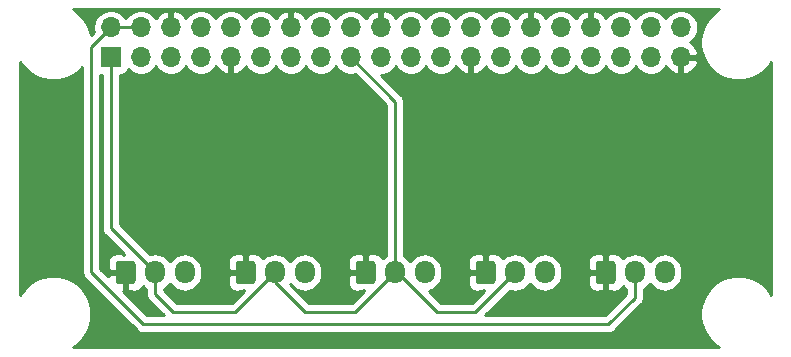
<source format=gbr>
G04 #@! TF.GenerationSoftware,KiCad,Pcbnew,(5.1.9)-1*
G04 #@! TF.CreationDate,2021-01-27T19:03:13-08:00*
G04 #@! TF.ProjectId,DRR HAT,44525220-4841-4542-9e6b-696361645f70,1.0*
G04 #@! TF.SameCoordinates,Original*
G04 #@! TF.FileFunction,Copper,L2,Bot*
G04 #@! TF.FilePolarity,Positive*
%FSLAX46Y46*%
G04 Gerber Fmt 4.6, Leading zero omitted, Abs format (unit mm)*
G04 Created by KiCad (PCBNEW (5.1.9)-1) date 2021-01-27 19:03:13*
%MOMM*%
%LPD*%
G01*
G04 APERTURE LIST*
G04 #@! TA.AperFunction,ComponentPad*
%ADD10R,1.700000X1.700000*%
G04 #@! TD*
G04 #@! TA.AperFunction,ComponentPad*
%ADD11O,1.700000X1.700000*%
G04 #@! TD*
G04 #@! TA.AperFunction,ComponentPad*
%ADD12O,1.700000X1.950000*%
G04 #@! TD*
G04 #@! TA.AperFunction,Conductor*
%ADD13C,0.250000*%
G04 #@! TD*
G04 #@! TA.AperFunction,Conductor*
%ADD14C,0.254000*%
G04 #@! TD*
G04 #@! TA.AperFunction,Conductor*
%ADD15C,0.100000*%
G04 #@! TD*
G04 APERTURE END LIST*
D10*
X125902000Y-95838000D03*
D11*
X125902000Y-93298000D03*
X128442000Y-95838000D03*
X128442000Y-93298000D03*
X130982000Y-95838000D03*
X130982000Y-93298000D03*
X133522000Y-95838000D03*
X133522000Y-93298000D03*
X136062000Y-95838000D03*
X136062000Y-93298000D03*
X138602000Y-95838000D03*
X138602000Y-93298000D03*
X141142000Y-95838000D03*
X141142000Y-93298000D03*
X143682000Y-95838000D03*
X143682000Y-93298000D03*
X146222000Y-95838000D03*
X146222000Y-93298000D03*
X148762000Y-95838000D03*
X148762000Y-93298000D03*
X151302000Y-95838000D03*
X151302000Y-93298000D03*
X153842000Y-95838000D03*
X153842000Y-93298000D03*
X156382000Y-95838000D03*
X156382000Y-93298000D03*
X158922000Y-95838000D03*
X158922000Y-93298000D03*
X161462000Y-95838000D03*
X161462000Y-93298000D03*
X164002000Y-95838000D03*
X164002000Y-93298000D03*
X166542000Y-95838000D03*
X166542000Y-93298000D03*
X169082000Y-95838000D03*
X169082000Y-93298000D03*
X171622000Y-95838000D03*
X171622000Y-93298000D03*
X174162000Y-95838000D03*
X174162000Y-93298000D03*
G04 #@! TA.AperFunction,ComponentPad*
G36*
G01*
X126303400Y-114774800D02*
X126303400Y-113324800D01*
G75*
G02*
X126553400Y-113074800I250000J0D01*
G01*
X127753400Y-113074800D01*
G75*
G02*
X128003400Y-113324800I0J-250000D01*
G01*
X128003400Y-114774800D01*
G75*
G02*
X127753400Y-115024800I-250000J0D01*
G01*
X126553400Y-115024800D01*
G75*
G02*
X126303400Y-114774800I0J250000D01*
G01*
G37*
G04 #@! TD.AperFunction*
D12*
X129653400Y-114049800D03*
X132153400Y-114049800D03*
X142313400Y-114049800D03*
X139813400Y-114049800D03*
G04 #@! TA.AperFunction,ComponentPad*
G36*
G01*
X136463400Y-114774800D02*
X136463400Y-113324800D01*
G75*
G02*
X136713400Y-113074800I250000J0D01*
G01*
X137913400Y-113074800D01*
G75*
G02*
X138163400Y-113324800I0J-250000D01*
G01*
X138163400Y-114774800D01*
G75*
G02*
X137913400Y-115024800I-250000J0D01*
G01*
X136713400Y-115024800D01*
G75*
G02*
X136463400Y-114774800I0J250000D01*
G01*
G37*
G04 #@! TD.AperFunction*
G04 #@! TA.AperFunction,ComponentPad*
G36*
G01*
X146623400Y-114774800D02*
X146623400Y-113324800D01*
G75*
G02*
X146873400Y-113074800I250000J0D01*
G01*
X148073400Y-113074800D01*
G75*
G02*
X148323400Y-113324800I0J-250000D01*
G01*
X148323400Y-114774800D01*
G75*
G02*
X148073400Y-115024800I-250000J0D01*
G01*
X146873400Y-115024800D01*
G75*
G02*
X146623400Y-114774800I0J250000D01*
G01*
G37*
G04 #@! TD.AperFunction*
X149973400Y-114049800D03*
X152473400Y-114049800D03*
G04 #@! TA.AperFunction,ComponentPad*
G36*
G01*
X156783400Y-114774800D02*
X156783400Y-113324800D01*
G75*
G02*
X157033400Y-113074800I250000J0D01*
G01*
X158233400Y-113074800D01*
G75*
G02*
X158483400Y-113324800I0J-250000D01*
G01*
X158483400Y-114774800D01*
G75*
G02*
X158233400Y-115024800I-250000J0D01*
G01*
X157033400Y-115024800D01*
G75*
G02*
X156783400Y-114774800I0J250000D01*
G01*
G37*
G04 #@! TD.AperFunction*
X160133400Y-114049800D03*
X162633400Y-114049800D03*
X172793400Y-114049800D03*
X170293400Y-114049800D03*
G04 #@! TA.AperFunction,ComponentPad*
G36*
G01*
X166943400Y-114774800D02*
X166943400Y-113324800D01*
G75*
G02*
X167193400Y-113074800I250000J0D01*
G01*
X168393400Y-113074800D01*
G75*
G02*
X168643400Y-113324800I0J-250000D01*
G01*
X168643400Y-114774800D01*
G75*
G02*
X168393400Y-115024800I-250000J0D01*
G01*
X167193400Y-115024800D01*
G75*
G02*
X166943400Y-114774800I0J250000D01*
G01*
G37*
G04 #@! TD.AperFunction*
D13*
X125902000Y-110298400D02*
X129653400Y-114049800D01*
X125902000Y-95838000D02*
X125902000Y-110298400D01*
X129653400Y-114049800D02*
X129653400Y-115889400D01*
X129653400Y-115889400D02*
X131192000Y-117428000D01*
X136435200Y-117428000D02*
X139813400Y-114049800D01*
X131192000Y-117428000D02*
X136435200Y-117428000D01*
X139813400Y-114049800D02*
X139813400Y-114873400D01*
X139813400Y-114873400D02*
X142368000Y-117428000D01*
X146595200Y-117428000D02*
X149973400Y-114049800D01*
X142368000Y-117428000D02*
X146595200Y-117428000D01*
X149973400Y-114049800D02*
X150165800Y-114049800D01*
X150165800Y-114049800D02*
X153544000Y-117428000D01*
X156755200Y-117428000D02*
X160133400Y-114049800D01*
X153544000Y-117428000D02*
X156755200Y-117428000D01*
X149973400Y-99589400D02*
X146222000Y-95838000D01*
X149973400Y-114049800D02*
X149973400Y-99589400D01*
X170293400Y-114049800D02*
X170293400Y-116172600D01*
X170293400Y-116172600D02*
X168022000Y-118444000D01*
X168022000Y-118444000D02*
X128652000Y-118444000D01*
X124257001Y-94942999D02*
X125902000Y-93298000D01*
X124257001Y-114049001D02*
X124257001Y-94942999D01*
X128652000Y-118444000D02*
X124257001Y-114049001D01*
X125902000Y-93298000D02*
X128442000Y-93298000D01*
D14*
X176974907Y-92061425D02*
X176525425Y-92510907D01*
X176172270Y-93039442D01*
X175929012Y-93626719D01*
X175805000Y-94250168D01*
X175805000Y-94885832D01*
X175929012Y-95509281D01*
X176172270Y-96096558D01*
X176525425Y-96625093D01*
X176974907Y-97074575D01*
X177503442Y-97427730D01*
X178090719Y-97670988D01*
X178714168Y-97795000D01*
X179349832Y-97795000D01*
X179973281Y-97670988D01*
X180560558Y-97427730D01*
X181089093Y-97074575D01*
X181538575Y-96625093D01*
X181822000Y-96200916D01*
X181822001Y-115935085D01*
X181538575Y-115510907D01*
X181089093Y-115061425D01*
X180560558Y-114708270D01*
X179973281Y-114465012D01*
X179349832Y-114341000D01*
X178714168Y-114341000D01*
X178090719Y-114465012D01*
X177503442Y-114708270D01*
X176974907Y-115061425D01*
X176525425Y-115510907D01*
X176172270Y-116039442D01*
X175929012Y-116626719D01*
X175805000Y-117250168D01*
X175805000Y-117885832D01*
X175929012Y-118509281D01*
X176172270Y-119096558D01*
X176525425Y-119625093D01*
X176974907Y-120074575D01*
X177399083Y-120358000D01*
X122664917Y-120358000D01*
X123089093Y-120074575D01*
X123538575Y-119625093D01*
X123891730Y-119096558D01*
X124134988Y-118509281D01*
X124259000Y-117885832D01*
X124259000Y-117250168D01*
X124134988Y-116626719D01*
X123891730Y-116039442D01*
X123538575Y-115510907D01*
X123089093Y-115061425D01*
X122560558Y-114708270D01*
X121973281Y-114465012D01*
X121349832Y-114341000D01*
X120714168Y-114341000D01*
X120090719Y-114465012D01*
X119503442Y-114708270D01*
X118974907Y-115061425D01*
X118525425Y-115510907D01*
X118242000Y-115935083D01*
X118242000Y-96200917D01*
X118525425Y-96625093D01*
X118974907Y-97074575D01*
X119503442Y-97427730D01*
X120090719Y-97670988D01*
X120714168Y-97795000D01*
X121349832Y-97795000D01*
X121973281Y-97670988D01*
X122560558Y-97427730D01*
X123089093Y-97074575D01*
X123497002Y-96666666D01*
X123497001Y-114011679D01*
X123493325Y-114049001D01*
X123497001Y-114086323D01*
X123497001Y-114086333D01*
X123507998Y-114197986D01*
X123549074Y-114333399D01*
X123551455Y-114341247D01*
X123622027Y-114473277D01*
X123622684Y-114474077D01*
X123717000Y-114589002D01*
X123746004Y-114612805D01*
X128088201Y-118955003D01*
X128111999Y-118984001D01*
X128227724Y-119078974D01*
X128359753Y-119149546D01*
X128503014Y-119193003D01*
X128614667Y-119204000D01*
X128614676Y-119204000D01*
X128651999Y-119207676D01*
X128689322Y-119204000D01*
X167984678Y-119204000D01*
X168022000Y-119207676D01*
X168059322Y-119204000D01*
X168059333Y-119204000D01*
X168170986Y-119193003D01*
X168314247Y-119149546D01*
X168446276Y-119078974D01*
X168562001Y-118984001D01*
X168585804Y-118954997D01*
X170804403Y-116736399D01*
X170833401Y-116712601D01*
X170928374Y-116596876D01*
X170998946Y-116464847D01*
X171042403Y-116321586D01*
X171053400Y-116209933D01*
X171053400Y-116209925D01*
X171057076Y-116172600D01*
X171053400Y-116135275D01*
X171053400Y-115452395D01*
X171122414Y-115415506D01*
X171348534Y-115229934D01*
X171534106Y-115003814D01*
X171543400Y-114986426D01*
X171552694Y-115003814D01*
X171738266Y-115229934D01*
X171964387Y-115415506D01*
X172222367Y-115553399D01*
X172502290Y-115638313D01*
X172793400Y-115666985D01*
X173084511Y-115638313D01*
X173364434Y-115553399D01*
X173622414Y-115415506D01*
X173848534Y-115229934D01*
X174034106Y-115003814D01*
X174171999Y-114745833D01*
X174256913Y-114465910D01*
X174278400Y-114247749D01*
X174278400Y-113851850D01*
X174256913Y-113633689D01*
X174171999Y-113353766D01*
X174034106Y-113095786D01*
X173848534Y-112869666D01*
X173622413Y-112684094D01*
X173364433Y-112546201D01*
X173084510Y-112461287D01*
X172793400Y-112432615D01*
X172502289Y-112461287D01*
X172222366Y-112546201D01*
X171964386Y-112684094D01*
X171738266Y-112869666D01*
X171552694Y-113095787D01*
X171543400Y-113113174D01*
X171534106Y-113095786D01*
X171348534Y-112869666D01*
X171122413Y-112684094D01*
X170864433Y-112546201D01*
X170584510Y-112461287D01*
X170293400Y-112432615D01*
X170002289Y-112461287D01*
X169722366Y-112546201D01*
X169464386Y-112684094D01*
X169243455Y-112865408D01*
X169232902Y-112830620D01*
X169173937Y-112720306D01*
X169094585Y-112623615D01*
X168997894Y-112544263D01*
X168887580Y-112485298D01*
X168767882Y-112448988D01*
X168643400Y-112436728D01*
X168079150Y-112439800D01*
X167920400Y-112598550D01*
X167920400Y-113922800D01*
X167940400Y-113922800D01*
X167940400Y-114176800D01*
X167920400Y-114176800D01*
X167920400Y-115501050D01*
X168079150Y-115659800D01*
X168643400Y-115662872D01*
X168767882Y-115650612D01*
X168887580Y-115614302D01*
X168997894Y-115555337D01*
X169094585Y-115475985D01*
X169173937Y-115379294D01*
X169232902Y-115268980D01*
X169243455Y-115234192D01*
X169464387Y-115415506D01*
X169533401Y-115452395D01*
X169533401Y-115857797D01*
X167707199Y-117684000D01*
X157574001Y-117684000D01*
X159671498Y-115586504D01*
X159842290Y-115638313D01*
X160133400Y-115666985D01*
X160424511Y-115638313D01*
X160704434Y-115553399D01*
X160962414Y-115415506D01*
X161188534Y-115229934D01*
X161374106Y-115003814D01*
X161383400Y-114986426D01*
X161392694Y-115003814D01*
X161578266Y-115229934D01*
X161804387Y-115415506D01*
X162062367Y-115553399D01*
X162342290Y-115638313D01*
X162633400Y-115666985D01*
X162924511Y-115638313D01*
X163204434Y-115553399D01*
X163462414Y-115415506D01*
X163688534Y-115229934D01*
X163856883Y-115024800D01*
X166305328Y-115024800D01*
X166317588Y-115149282D01*
X166353898Y-115268980D01*
X166412863Y-115379294D01*
X166492215Y-115475985D01*
X166588906Y-115555337D01*
X166699220Y-115614302D01*
X166818918Y-115650612D01*
X166943400Y-115662872D01*
X167507650Y-115659800D01*
X167666400Y-115501050D01*
X167666400Y-114176800D01*
X166467150Y-114176800D01*
X166308400Y-114335550D01*
X166305328Y-115024800D01*
X163856883Y-115024800D01*
X163874106Y-115003814D01*
X164011999Y-114745833D01*
X164096913Y-114465910D01*
X164118400Y-114247749D01*
X164118400Y-113851850D01*
X164096913Y-113633689D01*
X164011999Y-113353766D01*
X163874106Y-113095786D01*
X163856884Y-113074800D01*
X166305328Y-113074800D01*
X166308400Y-113764050D01*
X166467150Y-113922800D01*
X167666400Y-113922800D01*
X167666400Y-112598550D01*
X167507650Y-112439800D01*
X166943400Y-112436728D01*
X166818918Y-112448988D01*
X166699220Y-112485298D01*
X166588906Y-112544263D01*
X166492215Y-112623615D01*
X166412863Y-112720306D01*
X166353898Y-112830620D01*
X166317588Y-112950318D01*
X166305328Y-113074800D01*
X163856884Y-113074800D01*
X163688534Y-112869666D01*
X163462413Y-112684094D01*
X163204433Y-112546201D01*
X162924510Y-112461287D01*
X162633400Y-112432615D01*
X162342289Y-112461287D01*
X162062366Y-112546201D01*
X161804386Y-112684094D01*
X161578266Y-112869666D01*
X161392694Y-113095787D01*
X161383400Y-113113174D01*
X161374106Y-113095786D01*
X161188534Y-112869666D01*
X160962413Y-112684094D01*
X160704433Y-112546201D01*
X160424510Y-112461287D01*
X160133400Y-112432615D01*
X159842289Y-112461287D01*
X159562366Y-112546201D01*
X159304386Y-112684094D01*
X159083455Y-112865408D01*
X159072902Y-112830620D01*
X159013937Y-112720306D01*
X158934585Y-112623615D01*
X158837894Y-112544263D01*
X158727580Y-112485298D01*
X158607882Y-112448988D01*
X158483400Y-112436728D01*
X157919150Y-112439800D01*
X157760400Y-112598550D01*
X157760400Y-113922800D01*
X157780400Y-113922800D01*
X157780400Y-114176800D01*
X157760400Y-114176800D01*
X157760400Y-114196800D01*
X157506400Y-114196800D01*
X157506400Y-114176800D01*
X156307150Y-114176800D01*
X156148400Y-114335550D01*
X156145328Y-115024800D01*
X156157588Y-115149282D01*
X156193898Y-115268980D01*
X156252863Y-115379294D01*
X156332215Y-115475985D01*
X156428906Y-115555337D01*
X156539220Y-115614302D01*
X156658918Y-115650612D01*
X156783400Y-115662872D01*
X157347650Y-115659800D01*
X157506398Y-115501052D01*
X157506398Y-115602001D01*
X156440399Y-116668000D01*
X153858802Y-116668000D01*
X152814078Y-115623277D01*
X153044434Y-115553399D01*
X153302414Y-115415506D01*
X153528534Y-115229934D01*
X153714106Y-115003814D01*
X153851999Y-114745833D01*
X153936913Y-114465910D01*
X153958400Y-114247749D01*
X153958400Y-113851850D01*
X153936913Y-113633689D01*
X153851999Y-113353766D01*
X153714106Y-113095786D01*
X153696884Y-113074800D01*
X156145328Y-113074800D01*
X156148400Y-113764050D01*
X156307150Y-113922800D01*
X157506400Y-113922800D01*
X157506400Y-112598550D01*
X157347650Y-112439800D01*
X156783400Y-112436728D01*
X156658918Y-112448988D01*
X156539220Y-112485298D01*
X156428906Y-112544263D01*
X156332215Y-112623615D01*
X156252863Y-112720306D01*
X156193898Y-112830620D01*
X156157588Y-112950318D01*
X156145328Y-113074800D01*
X153696884Y-113074800D01*
X153528534Y-112869666D01*
X153302413Y-112684094D01*
X153044433Y-112546201D01*
X152764510Y-112461287D01*
X152473400Y-112432615D01*
X152182289Y-112461287D01*
X151902366Y-112546201D01*
X151644386Y-112684094D01*
X151418266Y-112869666D01*
X151232694Y-113095787D01*
X151223400Y-113113174D01*
X151214106Y-113095786D01*
X151028534Y-112869666D01*
X150802413Y-112684094D01*
X150733400Y-112647206D01*
X150733400Y-99626725D01*
X150737076Y-99589400D01*
X150733400Y-99552075D01*
X150733400Y-99552067D01*
X150722403Y-99440414D01*
X150678946Y-99297153D01*
X150608374Y-99165124D01*
X150513401Y-99049399D01*
X150484403Y-99025601D01*
X148781802Y-97323000D01*
X148908260Y-97323000D01*
X149195158Y-97265932D01*
X149465411Y-97153990D01*
X149708632Y-96991475D01*
X149915475Y-96784632D01*
X150032000Y-96610240D01*
X150148525Y-96784632D01*
X150355368Y-96991475D01*
X150598589Y-97153990D01*
X150868842Y-97265932D01*
X151155740Y-97323000D01*
X151448260Y-97323000D01*
X151735158Y-97265932D01*
X152005411Y-97153990D01*
X152248632Y-96991475D01*
X152455475Y-96784632D01*
X152572000Y-96610240D01*
X152688525Y-96784632D01*
X152895368Y-96991475D01*
X153138589Y-97153990D01*
X153408842Y-97265932D01*
X153695740Y-97323000D01*
X153988260Y-97323000D01*
X154275158Y-97265932D01*
X154545411Y-97153990D01*
X154788632Y-96991475D01*
X154995475Y-96784632D01*
X155117195Y-96602466D01*
X155186822Y-96719355D01*
X155381731Y-96935588D01*
X155615080Y-97109641D01*
X155877901Y-97234825D01*
X156025110Y-97279476D01*
X156255000Y-97158155D01*
X156255000Y-95965000D01*
X156235000Y-95965000D01*
X156235000Y-95711000D01*
X156255000Y-95711000D01*
X156255000Y-95691000D01*
X156509000Y-95691000D01*
X156509000Y-95711000D01*
X156529000Y-95711000D01*
X156529000Y-95965000D01*
X156509000Y-95965000D01*
X156509000Y-97158155D01*
X156738890Y-97279476D01*
X156886099Y-97234825D01*
X157148920Y-97109641D01*
X157382269Y-96935588D01*
X157577178Y-96719355D01*
X157646805Y-96602466D01*
X157768525Y-96784632D01*
X157975368Y-96991475D01*
X158218589Y-97153990D01*
X158488842Y-97265932D01*
X158775740Y-97323000D01*
X159068260Y-97323000D01*
X159355158Y-97265932D01*
X159625411Y-97153990D01*
X159868632Y-96991475D01*
X160075475Y-96784632D01*
X160192000Y-96610240D01*
X160308525Y-96784632D01*
X160515368Y-96991475D01*
X160758589Y-97153990D01*
X161028842Y-97265932D01*
X161315740Y-97323000D01*
X161608260Y-97323000D01*
X161895158Y-97265932D01*
X162165411Y-97153990D01*
X162408632Y-96991475D01*
X162615475Y-96784632D01*
X162732000Y-96610240D01*
X162848525Y-96784632D01*
X163055368Y-96991475D01*
X163298589Y-97153990D01*
X163568842Y-97265932D01*
X163855740Y-97323000D01*
X164148260Y-97323000D01*
X164435158Y-97265932D01*
X164705411Y-97153990D01*
X164948632Y-96991475D01*
X165155475Y-96784632D01*
X165272000Y-96610240D01*
X165388525Y-96784632D01*
X165595368Y-96991475D01*
X165838589Y-97153990D01*
X166108842Y-97265932D01*
X166395740Y-97323000D01*
X166688260Y-97323000D01*
X166975158Y-97265932D01*
X167245411Y-97153990D01*
X167488632Y-96991475D01*
X167695475Y-96784632D01*
X167812000Y-96610240D01*
X167928525Y-96784632D01*
X168135368Y-96991475D01*
X168378589Y-97153990D01*
X168648842Y-97265932D01*
X168935740Y-97323000D01*
X169228260Y-97323000D01*
X169515158Y-97265932D01*
X169785411Y-97153990D01*
X170028632Y-96991475D01*
X170235475Y-96784632D01*
X170352000Y-96610240D01*
X170468525Y-96784632D01*
X170675368Y-96991475D01*
X170918589Y-97153990D01*
X171188842Y-97265932D01*
X171475740Y-97323000D01*
X171768260Y-97323000D01*
X172055158Y-97265932D01*
X172325411Y-97153990D01*
X172568632Y-96991475D01*
X172775475Y-96784632D01*
X172897195Y-96602466D01*
X172966822Y-96719355D01*
X173161731Y-96935588D01*
X173395080Y-97109641D01*
X173657901Y-97234825D01*
X173805110Y-97279476D01*
X174035000Y-97158155D01*
X174035000Y-95965000D01*
X174289000Y-95965000D01*
X174289000Y-97158155D01*
X174518890Y-97279476D01*
X174666099Y-97234825D01*
X174928920Y-97109641D01*
X175162269Y-96935588D01*
X175357178Y-96719355D01*
X175506157Y-96469252D01*
X175603481Y-96194891D01*
X175482814Y-95965000D01*
X174289000Y-95965000D01*
X174035000Y-95965000D01*
X174015000Y-95965000D01*
X174015000Y-95711000D01*
X174035000Y-95711000D01*
X174035000Y-95691000D01*
X174289000Y-95691000D01*
X174289000Y-95711000D01*
X175482814Y-95711000D01*
X175603481Y-95481109D01*
X175506157Y-95206748D01*
X175357178Y-94956645D01*
X175162269Y-94740412D01*
X174932594Y-94569100D01*
X175108632Y-94451475D01*
X175315475Y-94244632D01*
X175477990Y-94001411D01*
X175589932Y-93731158D01*
X175647000Y-93444260D01*
X175647000Y-93151740D01*
X175589932Y-92864842D01*
X175477990Y-92594589D01*
X175315475Y-92351368D01*
X175108632Y-92144525D01*
X174865411Y-91982010D01*
X174595158Y-91870068D01*
X174308260Y-91813000D01*
X174015740Y-91813000D01*
X173728842Y-91870068D01*
X173458589Y-91982010D01*
X173215368Y-92144525D01*
X173008525Y-92351368D01*
X172892000Y-92525760D01*
X172775475Y-92351368D01*
X172568632Y-92144525D01*
X172325411Y-91982010D01*
X172055158Y-91870068D01*
X171768260Y-91813000D01*
X171475740Y-91813000D01*
X171188842Y-91870068D01*
X170918589Y-91982010D01*
X170675368Y-92144525D01*
X170468525Y-92351368D01*
X170352000Y-92525760D01*
X170235475Y-92351368D01*
X170028632Y-92144525D01*
X169785411Y-91982010D01*
X169515158Y-91870068D01*
X169228260Y-91813000D01*
X168935740Y-91813000D01*
X168648842Y-91870068D01*
X168378589Y-91982010D01*
X168135368Y-92144525D01*
X167928525Y-92351368D01*
X167806805Y-92533534D01*
X167737178Y-92416645D01*
X167542269Y-92200412D01*
X167308920Y-92026359D01*
X167046099Y-91901175D01*
X166898890Y-91856524D01*
X166669000Y-91977845D01*
X166669000Y-93171000D01*
X166689000Y-93171000D01*
X166689000Y-93425000D01*
X166669000Y-93425000D01*
X166669000Y-93445000D01*
X166415000Y-93445000D01*
X166415000Y-93425000D01*
X166395000Y-93425000D01*
X166395000Y-93171000D01*
X166415000Y-93171000D01*
X166415000Y-91977845D01*
X166185110Y-91856524D01*
X166037901Y-91901175D01*
X165775080Y-92026359D01*
X165541731Y-92200412D01*
X165346822Y-92416645D01*
X165277195Y-92533534D01*
X165155475Y-92351368D01*
X164948632Y-92144525D01*
X164705411Y-91982010D01*
X164435158Y-91870068D01*
X164148260Y-91813000D01*
X163855740Y-91813000D01*
X163568842Y-91870068D01*
X163298589Y-91982010D01*
X163055368Y-92144525D01*
X162848525Y-92351368D01*
X162726805Y-92533534D01*
X162657178Y-92416645D01*
X162462269Y-92200412D01*
X162228920Y-92026359D01*
X161966099Y-91901175D01*
X161818890Y-91856524D01*
X161589000Y-91977845D01*
X161589000Y-93171000D01*
X161609000Y-93171000D01*
X161609000Y-93425000D01*
X161589000Y-93425000D01*
X161589000Y-93445000D01*
X161335000Y-93445000D01*
X161335000Y-93425000D01*
X161315000Y-93425000D01*
X161315000Y-93171000D01*
X161335000Y-93171000D01*
X161335000Y-91977845D01*
X161105110Y-91856524D01*
X160957901Y-91901175D01*
X160695080Y-92026359D01*
X160461731Y-92200412D01*
X160266822Y-92416645D01*
X160197195Y-92533534D01*
X160075475Y-92351368D01*
X159868632Y-92144525D01*
X159625411Y-91982010D01*
X159355158Y-91870068D01*
X159068260Y-91813000D01*
X158775740Y-91813000D01*
X158488842Y-91870068D01*
X158218589Y-91982010D01*
X157975368Y-92144525D01*
X157768525Y-92351368D01*
X157652000Y-92525760D01*
X157535475Y-92351368D01*
X157328632Y-92144525D01*
X157085411Y-91982010D01*
X156815158Y-91870068D01*
X156528260Y-91813000D01*
X156235740Y-91813000D01*
X155948842Y-91870068D01*
X155678589Y-91982010D01*
X155435368Y-92144525D01*
X155228525Y-92351368D01*
X155112000Y-92525760D01*
X154995475Y-92351368D01*
X154788632Y-92144525D01*
X154545411Y-91982010D01*
X154275158Y-91870068D01*
X153988260Y-91813000D01*
X153695740Y-91813000D01*
X153408842Y-91870068D01*
X153138589Y-91982010D01*
X152895368Y-92144525D01*
X152688525Y-92351368D01*
X152572000Y-92525760D01*
X152455475Y-92351368D01*
X152248632Y-92144525D01*
X152005411Y-91982010D01*
X151735158Y-91870068D01*
X151448260Y-91813000D01*
X151155740Y-91813000D01*
X150868842Y-91870068D01*
X150598589Y-91982010D01*
X150355368Y-92144525D01*
X150148525Y-92351368D01*
X150026805Y-92533534D01*
X149957178Y-92416645D01*
X149762269Y-92200412D01*
X149528920Y-92026359D01*
X149266099Y-91901175D01*
X149118890Y-91856524D01*
X148889000Y-91977845D01*
X148889000Y-93171000D01*
X148909000Y-93171000D01*
X148909000Y-93425000D01*
X148889000Y-93425000D01*
X148889000Y-93445000D01*
X148635000Y-93445000D01*
X148635000Y-93425000D01*
X148615000Y-93425000D01*
X148615000Y-93171000D01*
X148635000Y-93171000D01*
X148635000Y-91977845D01*
X148405110Y-91856524D01*
X148257901Y-91901175D01*
X147995080Y-92026359D01*
X147761731Y-92200412D01*
X147566822Y-92416645D01*
X147497195Y-92533534D01*
X147375475Y-92351368D01*
X147168632Y-92144525D01*
X146925411Y-91982010D01*
X146655158Y-91870068D01*
X146368260Y-91813000D01*
X146075740Y-91813000D01*
X145788842Y-91870068D01*
X145518589Y-91982010D01*
X145275368Y-92144525D01*
X145068525Y-92351368D01*
X144952000Y-92525760D01*
X144835475Y-92351368D01*
X144628632Y-92144525D01*
X144385411Y-91982010D01*
X144115158Y-91870068D01*
X143828260Y-91813000D01*
X143535740Y-91813000D01*
X143248842Y-91870068D01*
X142978589Y-91982010D01*
X142735368Y-92144525D01*
X142528525Y-92351368D01*
X142406805Y-92533534D01*
X142337178Y-92416645D01*
X142142269Y-92200412D01*
X141908920Y-92026359D01*
X141646099Y-91901175D01*
X141498890Y-91856524D01*
X141269000Y-91977845D01*
X141269000Y-93171000D01*
X141289000Y-93171000D01*
X141289000Y-93425000D01*
X141269000Y-93425000D01*
X141269000Y-93445000D01*
X141015000Y-93445000D01*
X141015000Y-93425000D01*
X140995000Y-93425000D01*
X140995000Y-93171000D01*
X141015000Y-93171000D01*
X141015000Y-91977845D01*
X140785110Y-91856524D01*
X140637901Y-91901175D01*
X140375080Y-92026359D01*
X140141731Y-92200412D01*
X139946822Y-92416645D01*
X139877195Y-92533534D01*
X139755475Y-92351368D01*
X139548632Y-92144525D01*
X139305411Y-91982010D01*
X139035158Y-91870068D01*
X138748260Y-91813000D01*
X138455740Y-91813000D01*
X138168842Y-91870068D01*
X137898589Y-91982010D01*
X137655368Y-92144525D01*
X137448525Y-92351368D01*
X137332000Y-92525760D01*
X137215475Y-92351368D01*
X137008632Y-92144525D01*
X136765411Y-91982010D01*
X136495158Y-91870068D01*
X136208260Y-91813000D01*
X135915740Y-91813000D01*
X135628842Y-91870068D01*
X135358589Y-91982010D01*
X135115368Y-92144525D01*
X134908525Y-92351368D01*
X134792000Y-92525760D01*
X134675475Y-92351368D01*
X134468632Y-92144525D01*
X134225411Y-91982010D01*
X133955158Y-91870068D01*
X133668260Y-91813000D01*
X133375740Y-91813000D01*
X133088842Y-91870068D01*
X132818589Y-91982010D01*
X132575368Y-92144525D01*
X132368525Y-92351368D01*
X132246805Y-92533534D01*
X132177178Y-92416645D01*
X131982269Y-92200412D01*
X131748920Y-92026359D01*
X131486099Y-91901175D01*
X131338890Y-91856524D01*
X131109000Y-91977845D01*
X131109000Y-93171000D01*
X131129000Y-93171000D01*
X131129000Y-93425000D01*
X131109000Y-93425000D01*
X131109000Y-93445000D01*
X130855000Y-93445000D01*
X130855000Y-93425000D01*
X130835000Y-93425000D01*
X130835000Y-93171000D01*
X130855000Y-93171000D01*
X130855000Y-91977845D01*
X130625110Y-91856524D01*
X130477901Y-91901175D01*
X130215080Y-92026359D01*
X129981731Y-92200412D01*
X129786822Y-92416645D01*
X129717195Y-92533534D01*
X129595475Y-92351368D01*
X129388632Y-92144525D01*
X129145411Y-91982010D01*
X128875158Y-91870068D01*
X128588260Y-91813000D01*
X128295740Y-91813000D01*
X128008842Y-91870068D01*
X127738589Y-91982010D01*
X127495368Y-92144525D01*
X127288525Y-92351368D01*
X127172000Y-92525760D01*
X127055475Y-92351368D01*
X126848632Y-92144525D01*
X126605411Y-91982010D01*
X126335158Y-91870068D01*
X126048260Y-91813000D01*
X125755740Y-91813000D01*
X125468842Y-91870068D01*
X125198589Y-91982010D01*
X124955368Y-92144525D01*
X124748525Y-92351368D01*
X124586010Y-92594589D01*
X124474068Y-92864842D01*
X124417000Y-93151740D01*
X124417000Y-93444260D01*
X124460791Y-93664408D01*
X124195295Y-93929903D01*
X124134988Y-93626719D01*
X123891730Y-93039442D01*
X123538575Y-92510907D01*
X123089093Y-92061425D01*
X122664917Y-91778000D01*
X177399083Y-91778000D01*
X176974907Y-92061425D01*
G04 #@! TA.AperFunction,Conductor*
D15*
G36*
X176974907Y-92061425D02*
G01*
X176525425Y-92510907D01*
X176172270Y-93039442D01*
X175929012Y-93626719D01*
X175805000Y-94250168D01*
X175805000Y-94885832D01*
X175929012Y-95509281D01*
X176172270Y-96096558D01*
X176525425Y-96625093D01*
X176974907Y-97074575D01*
X177503442Y-97427730D01*
X178090719Y-97670988D01*
X178714168Y-97795000D01*
X179349832Y-97795000D01*
X179973281Y-97670988D01*
X180560558Y-97427730D01*
X181089093Y-97074575D01*
X181538575Y-96625093D01*
X181822000Y-96200916D01*
X181822001Y-115935085D01*
X181538575Y-115510907D01*
X181089093Y-115061425D01*
X180560558Y-114708270D01*
X179973281Y-114465012D01*
X179349832Y-114341000D01*
X178714168Y-114341000D01*
X178090719Y-114465012D01*
X177503442Y-114708270D01*
X176974907Y-115061425D01*
X176525425Y-115510907D01*
X176172270Y-116039442D01*
X175929012Y-116626719D01*
X175805000Y-117250168D01*
X175805000Y-117885832D01*
X175929012Y-118509281D01*
X176172270Y-119096558D01*
X176525425Y-119625093D01*
X176974907Y-120074575D01*
X177399083Y-120358000D01*
X122664917Y-120358000D01*
X123089093Y-120074575D01*
X123538575Y-119625093D01*
X123891730Y-119096558D01*
X124134988Y-118509281D01*
X124259000Y-117885832D01*
X124259000Y-117250168D01*
X124134988Y-116626719D01*
X123891730Y-116039442D01*
X123538575Y-115510907D01*
X123089093Y-115061425D01*
X122560558Y-114708270D01*
X121973281Y-114465012D01*
X121349832Y-114341000D01*
X120714168Y-114341000D01*
X120090719Y-114465012D01*
X119503442Y-114708270D01*
X118974907Y-115061425D01*
X118525425Y-115510907D01*
X118242000Y-115935083D01*
X118242000Y-96200917D01*
X118525425Y-96625093D01*
X118974907Y-97074575D01*
X119503442Y-97427730D01*
X120090719Y-97670988D01*
X120714168Y-97795000D01*
X121349832Y-97795000D01*
X121973281Y-97670988D01*
X122560558Y-97427730D01*
X123089093Y-97074575D01*
X123497002Y-96666666D01*
X123497001Y-114011679D01*
X123493325Y-114049001D01*
X123497001Y-114086323D01*
X123497001Y-114086333D01*
X123507998Y-114197986D01*
X123549074Y-114333399D01*
X123551455Y-114341247D01*
X123622027Y-114473277D01*
X123622684Y-114474077D01*
X123717000Y-114589002D01*
X123746004Y-114612805D01*
X128088201Y-118955003D01*
X128111999Y-118984001D01*
X128227724Y-119078974D01*
X128359753Y-119149546D01*
X128503014Y-119193003D01*
X128614667Y-119204000D01*
X128614676Y-119204000D01*
X128651999Y-119207676D01*
X128689322Y-119204000D01*
X167984678Y-119204000D01*
X168022000Y-119207676D01*
X168059322Y-119204000D01*
X168059333Y-119204000D01*
X168170986Y-119193003D01*
X168314247Y-119149546D01*
X168446276Y-119078974D01*
X168562001Y-118984001D01*
X168585804Y-118954997D01*
X170804403Y-116736399D01*
X170833401Y-116712601D01*
X170928374Y-116596876D01*
X170998946Y-116464847D01*
X171042403Y-116321586D01*
X171053400Y-116209933D01*
X171053400Y-116209925D01*
X171057076Y-116172600D01*
X171053400Y-116135275D01*
X171053400Y-115452395D01*
X171122414Y-115415506D01*
X171348534Y-115229934D01*
X171534106Y-115003814D01*
X171543400Y-114986426D01*
X171552694Y-115003814D01*
X171738266Y-115229934D01*
X171964387Y-115415506D01*
X172222367Y-115553399D01*
X172502290Y-115638313D01*
X172793400Y-115666985D01*
X173084511Y-115638313D01*
X173364434Y-115553399D01*
X173622414Y-115415506D01*
X173848534Y-115229934D01*
X174034106Y-115003814D01*
X174171999Y-114745833D01*
X174256913Y-114465910D01*
X174278400Y-114247749D01*
X174278400Y-113851850D01*
X174256913Y-113633689D01*
X174171999Y-113353766D01*
X174034106Y-113095786D01*
X173848534Y-112869666D01*
X173622413Y-112684094D01*
X173364433Y-112546201D01*
X173084510Y-112461287D01*
X172793400Y-112432615D01*
X172502289Y-112461287D01*
X172222366Y-112546201D01*
X171964386Y-112684094D01*
X171738266Y-112869666D01*
X171552694Y-113095787D01*
X171543400Y-113113174D01*
X171534106Y-113095786D01*
X171348534Y-112869666D01*
X171122413Y-112684094D01*
X170864433Y-112546201D01*
X170584510Y-112461287D01*
X170293400Y-112432615D01*
X170002289Y-112461287D01*
X169722366Y-112546201D01*
X169464386Y-112684094D01*
X169243455Y-112865408D01*
X169232902Y-112830620D01*
X169173937Y-112720306D01*
X169094585Y-112623615D01*
X168997894Y-112544263D01*
X168887580Y-112485298D01*
X168767882Y-112448988D01*
X168643400Y-112436728D01*
X168079150Y-112439800D01*
X167920400Y-112598550D01*
X167920400Y-113922800D01*
X167940400Y-113922800D01*
X167940400Y-114176800D01*
X167920400Y-114176800D01*
X167920400Y-115501050D01*
X168079150Y-115659800D01*
X168643400Y-115662872D01*
X168767882Y-115650612D01*
X168887580Y-115614302D01*
X168997894Y-115555337D01*
X169094585Y-115475985D01*
X169173937Y-115379294D01*
X169232902Y-115268980D01*
X169243455Y-115234192D01*
X169464387Y-115415506D01*
X169533401Y-115452395D01*
X169533401Y-115857797D01*
X167707199Y-117684000D01*
X157574001Y-117684000D01*
X159671498Y-115586504D01*
X159842290Y-115638313D01*
X160133400Y-115666985D01*
X160424511Y-115638313D01*
X160704434Y-115553399D01*
X160962414Y-115415506D01*
X161188534Y-115229934D01*
X161374106Y-115003814D01*
X161383400Y-114986426D01*
X161392694Y-115003814D01*
X161578266Y-115229934D01*
X161804387Y-115415506D01*
X162062367Y-115553399D01*
X162342290Y-115638313D01*
X162633400Y-115666985D01*
X162924511Y-115638313D01*
X163204434Y-115553399D01*
X163462414Y-115415506D01*
X163688534Y-115229934D01*
X163856883Y-115024800D01*
X166305328Y-115024800D01*
X166317588Y-115149282D01*
X166353898Y-115268980D01*
X166412863Y-115379294D01*
X166492215Y-115475985D01*
X166588906Y-115555337D01*
X166699220Y-115614302D01*
X166818918Y-115650612D01*
X166943400Y-115662872D01*
X167507650Y-115659800D01*
X167666400Y-115501050D01*
X167666400Y-114176800D01*
X166467150Y-114176800D01*
X166308400Y-114335550D01*
X166305328Y-115024800D01*
X163856883Y-115024800D01*
X163874106Y-115003814D01*
X164011999Y-114745833D01*
X164096913Y-114465910D01*
X164118400Y-114247749D01*
X164118400Y-113851850D01*
X164096913Y-113633689D01*
X164011999Y-113353766D01*
X163874106Y-113095786D01*
X163856884Y-113074800D01*
X166305328Y-113074800D01*
X166308400Y-113764050D01*
X166467150Y-113922800D01*
X167666400Y-113922800D01*
X167666400Y-112598550D01*
X167507650Y-112439800D01*
X166943400Y-112436728D01*
X166818918Y-112448988D01*
X166699220Y-112485298D01*
X166588906Y-112544263D01*
X166492215Y-112623615D01*
X166412863Y-112720306D01*
X166353898Y-112830620D01*
X166317588Y-112950318D01*
X166305328Y-113074800D01*
X163856884Y-113074800D01*
X163688534Y-112869666D01*
X163462413Y-112684094D01*
X163204433Y-112546201D01*
X162924510Y-112461287D01*
X162633400Y-112432615D01*
X162342289Y-112461287D01*
X162062366Y-112546201D01*
X161804386Y-112684094D01*
X161578266Y-112869666D01*
X161392694Y-113095787D01*
X161383400Y-113113174D01*
X161374106Y-113095786D01*
X161188534Y-112869666D01*
X160962413Y-112684094D01*
X160704433Y-112546201D01*
X160424510Y-112461287D01*
X160133400Y-112432615D01*
X159842289Y-112461287D01*
X159562366Y-112546201D01*
X159304386Y-112684094D01*
X159083455Y-112865408D01*
X159072902Y-112830620D01*
X159013937Y-112720306D01*
X158934585Y-112623615D01*
X158837894Y-112544263D01*
X158727580Y-112485298D01*
X158607882Y-112448988D01*
X158483400Y-112436728D01*
X157919150Y-112439800D01*
X157760400Y-112598550D01*
X157760400Y-113922800D01*
X157780400Y-113922800D01*
X157780400Y-114176800D01*
X157760400Y-114176800D01*
X157760400Y-114196800D01*
X157506400Y-114196800D01*
X157506400Y-114176800D01*
X156307150Y-114176800D01*
X156148400Y-114335550D01*
X156145328Y-115024800D01*
X156157588Y-115149282D01*
X156193898Y-115268980D01*
X156252863Y-115379294D01*
X156332215Y-115475985D01*
X156428906Y-115555337D01*
X156539220Y-115614302D01*
X156658918Y-115650612D01*
X156783400Y-115662872D01*
X157347650Y-115659800D01*
X157506398Y-115501052D01*
X157506398Y-115602001D01*
X156440399Y-116668000D01*
X153858802Y-116668000D01*
X152814078Y-115623277D01*
X153044434Y-115553399D01*
X153302414Y-115415506D01*
X153528534Y-115229934D01*
X153714106Y-115003814D01*
X153851999Y-114745833D01*
X153936913Y-114465910D01*
X153958400Y-114247749D01*
X153958400Y-113851850D01*
X153936913Y-113633689D01*
X153851999Y-113353766D01*
X153714106Y-113095786D01*
X153696884Y-113074800D01*
X156145328Y-113074800D01*
X156148400Y-113764050D01*
X156307150Y-113922800D01*
X157506400Y-113922800D01*
X157506400Y-112598550D01*
X157347650Y-112439800D01*
X156783400Y-112436728D01*
X156658918Y-112448988D01*
X156539220Y-112485298D01*
X156428906Y-112544263D01*
X156332215Y-112623615D01*
X156252863Y-112720306D01*
X156193898Y-112830620D01*
X156157588Y-112950318D01*
X156145328Y-113074800D01*
X153696884Y-113074800D01*
X153528534Y-112869666D01*
X153302413Y-112684094D01*
X153044433Y-112546201D01*
X152764510Y-112461287D01*
X152473400Y-112432615D01*
X152182289Y-112461287D01*
X151902366Y-112546201D01*
X151644386Y-112684094D01*
X151418266Y-112869666D01*
X151232694Y-113095787D01*
X151223400Y-113113174D01*
X151214106Y-113095786D01*
X151028534Y-112869666D01*
X150802413Y-112684094D01*
X150733400Y-112647206D01*
X150733400Y-99626725D01*
X150737076Y-99589400D01*
X150733400Y-99552075D01*
X150733400Y-99552067D01*
X150722403Y-99440414D01*
X150678946Y-99297153D01*
X150608374Y-99165124D01*
X150513401Y-99049399D01*
X150484403Y-99025601D01*
X148781802Y-97323000D01*
X148908260Y-97323000D01*
X149195158Y-97265932D01*
X149465411Y-97153990D01*
X149708632Y-96991475D01*
X149915475Y-96784632D01*
X150032000Y-96610240D01*
X150148525Y-96784632D01*
X150355368Y-96991475D01*
X150598589Y-97153990D01*
X150868842Y-97265932D01*
X151155740Y-97323000D01*
X151448260Y-97323000D01*
X151735158Y-97265932D01*
X152005411Y-97153990D01*
X152248632Y-96991475D01*
X152455475Y-96784632D01*
X152572000Y-96610240D01*
X152688525Y-96784632D01*
X152895368Y-96991475D01*
X153138589Y-97153990D01*
X153408842Y-97265932D01*
X153695740Y-97323000D01*
X153988260Y-97323000D01*
X154275158Y-97265932D01*
X154545411Y-97153990D01*
X154788632Y-96991475D01*
X154995475Y-96784632D01*
X155117195Y-96602466D01*
X155186822Y-96719355D01*
X155381731Y-96935588D01*
X155615080Y-97109641D01*
X155877901Y-97234825D01*
X156025110Y-97279476D01*
X156255000Y-97158155D01*
X156255000Y-95965000D01*
X156235000Y-95965000D01*
X156235000Y-95711000D01*
X156255000Y-95711000D01*
X156255000Y-95691000D01*
X156509000Y-95691000D01*
X156509000Y-95711000D01*
X156529000Y-95711000D01*
X156529000Y-95965000D01*
X156509000Y-95965000D01*
X156509000Y-97158155D01*
X156738890Y-97279476D01*
X156886099Y-97234825D01*
X157148920Y-97109641D01*
X157382269Y-96935588D01*
X157577178Y-96719355D01*
X157646805Y-96602466D01*
X157768525Y-96784632D01*
X157975368Y-96991475D01*
X158218589Y-97153990D01*
X158488842Y-97265932D01*
X158775740Y-97323000D01*
X159068260Y-97323000D01*
X159355158Y-97265932D01*
X159625411Y-97153990D01*
X159868632Y-96991475D01*
X160075475Y-96784632D01*
X160192000Y-96610240D01*
X160308525Y-96784632D01*
X160515368Y-96991475D01*
X160758589Y-97153990D01*
X161028842Y-97265932D01*
X161315740Y-97323000D01*
X161608260Y-97323000D01*
X161895158Y-97265932D01*
X162165411Y-97153990D01*
X162408632Y-96991475D01*
X162615475Y-96784632D01*
X162732000Y-96610240D01*
X162848525Y-96784632D01*
X163055368Y-96991475D01*
X163298589Y-97153990D01*
X163568842Y-97265932D01*
X163855740Y-97323000D01*
X164148260Y-97323000D01*
X164435158Y-97265932D01*
X164705411Y-97153990D01*
X164948632Y-96991475D01*
X165155475Y-96784632D01*
X165272000Y-96610240D01*
X165388525Y-96784632D01*
X165595368Y-96991475D01*
X165838589Y-97153990D01*
X166108842Y-97265932D01*
X166395740Y-97323000D01*
X166688260Y-97323000D01*
X166975158Y-97265932D01*
X167245411Y-97153990D01*
X167488632Y-96991475D01*
X167695475Y-96784632D01*
X167812000Y-96610240D01*
X167928525Y-96784632D01*
X168135368Y-96991475D01*
X168378589Y-97153990D01*
X168648842Y-97265932D01*
X168935740Y-97323000D01*
X169228260Y-97323000D01*
X169515158Y-97265932D01*
X169785411Y-97153990D01*
X170028632Y-96991475D01*
X170235475Y-96784632D01*
X170352000Y-96610240D01*
X170468525Y-96784632D01*
X170675368Y-96991475D01*
X170918589Y-97153990D01*
X171188842Y-97265932D01*
X171475740Y-97323000D01*
X171768260Y-97323000D01*
X172055158Y-97265932D01*
X172325411Y-97153990D01*
X172568632Y-96991475D01*
X172775475Y-96784632D01*
X172897195Y-96602466D01*
X172966822Y-96719355D01*
X173161731Y-96935588D01*
X173395080Y-97109641D01*
X173657901Y-97234825D01*
X173805110Y-97279476D01*
X174035000Y-97158155D01*
X174035000Y-95965000D01*
X174289000Y-95965000D01*
X174289000Y-97158155D01*
X174518890Y-97279476D01*
X174666099Y-97234825D01*
X174928920Y-97109641D01*
X175162269Y-96935588D01*
X175357178Y-96719355D01*
X175506157Y-96469252D01*
X175603481Y-96194891D01*
X175482814Y-95965000D01*
X174289000Y-95965000D01*
X174035000Y-95965000D01*
X174015000Y-95965000D01*
X174015000Y-95711000D01*
X174035000Y-95711000D01*
X174035000Y-95691000D01*
X174289000Y-95691000D01*
X174289000Y-95711000D01*
X175482814Y-95711000D01*
X175603481Y-95481109D01*
X175506157Y-95206748D01*
X175357178Y-94956645D01*
X175162269Y-94740412D01*
X174932594Y-94569100D01*
X175108632Y-94451475D01*
X175315475Y-94244632D01*
X175477990Y-94001411D01*
X175589932Y-93731158D01*
X175647000Y-93444260D01*
X175647000Y-93151740D01*
X175589932Y-92864842D01*
X175477990Y-92594589D01*
X175315475Y-92351368D01*
X175108632Y-92144525D01*
X174865411Y-91982010D01*
X174595158Y-91870068D01*
X174308260Y-91813000D01*
X174015740Y-91813000D01*
X173728842Y-91870068D01*
X173458589Y-91982010D01*
X173215368Y-92144525D01*
X173008525Y-92351368D01*
X172892000Y-92525760D01*
X172775475Y-92351368D01*
X172568632Y-92144525D01*
X172325411Y-91982010D01*
X172055158Y-91870068D01*
X171768260Y-91813000D01*
X171475740Y-91813000D01*
X171188842Y-91870068D01*
X170918589Y-91982010D01*
X170675368Y-92144525D01*
X170468525Y-92351368D01*
X170352000Y-92525760D01*
X170235475Y-92351368D01*
X170028632Y-92144525D01*
X169785411Y-91982010D01*
X169515158Y-91870068D01*
X169228260Y-91813000D01*
X168935740Y-91813000D01*
X168648842Y-91870068D01*
X168378589Y-91982010D01*
X168135368Y-92144525D01*
X167928525Y-92351368D01*
X167806805Y-92533534D01*
X167737178Y-92416645D01*
X167542269Y-92200412D01*
X167308920Y-92026359D01*
X167046099Y-91901175D01*
X166898890Y-91856524D01*
X166669000Y-91977845D01*
X166669000Y-93171000D01*
X166689000Y-93171000D01*
X166689000Y-93425000D01*
X166669000Y-93425000D01*
X166669000Y-93445000D01*
X166415000Y-93445000D01*
X166415000Y-93425000D01*
X166395000Y-93425000D01*
X166395000Y-93171000D01*
X166415000Y-93171000D01*
X166415000Y-91977845D01*
X166185110Y-91856524D01*
X166037901Y-91901175D01*
X165775080Y-92026359D01*
X165541731Y-92200412D01*
X165346822Y-92416645D01*
X165277195Y-92533534D01*
X165155475Y-92351368D01*
X164948632Y-92144525D01*
X164705411Y-91982010D01*
X164435158Y-91870068D01*
X164148260Y-91813000D01*
X163855740Y-91813000D01*
X163568842Y-91870068D01*
X163298589Y-91982010D01*
X163055368Y-92144525D01*
X162848525Y-92351368D01*
X162726805Y-92533534D01*
X162657178Y-92416645D01*
X162462269Y-92200412D01*
X162228920Y-92026359D01*
X161966099Y-91901175D01*
X161818890Y-91856524D01*
X161589000Y-91977845D01*
X161589000Y-93171000D01*
X161609000Y-93171000D01*
X161609000Y-93425000D01*
X161589000Y-93425000D01*
X161589000Y-93445000D01*
X161335000Y-93445000D01*
X161335000Y-93425000D01*
X161315000Y-93425000D01*
X161315000Y-93171000D01*
X161335000Y-93171000D01*
X161335000Y-91977845D01*
X161105110Y-91856524D01*
X160957901Y-91901175D01*
X160695080Y-92026359D01*
X160461731Y-92200412D01*
X160266822Y-92416645D01*
X160197195Y-92533534D01*
X160075475Y-92351368D01*
X159868632Y-92144525D01*
X159625411Y-91982010D01*
X159355158Y-91870068D01*
X159068260Y-91813000D01*
X158775740Y-91813000D01*
X158488842Y-91870068D01*
X158218589Y-91982010D01*
X157975368Y-92144525D01*
X157768525Y-92351368D01*
X157652000Y-92525760D01*
X157535475Y-92351368D01*
X157328632Y-92144525D01*
X157085411Y-91982010D01*
X156815158Y-91870068D01*
X156528260Y-91813000D01*
X156235740Y-91813000D01*
X155948842Y-91870068D01*
X155678589Y-91982010D01*
X155435368Y-92144525D01*
X155228525Y-92351368D01*
X155112000Y-92525760D01*
X154995475Y-92351368D01*
X154788632Y-92144525D01*
X154545411Y-91982010D01*
X154275158Y-91870068D01*
X153988260Y-91813000D01*
X153695740Y-91813000D01*
X153408842Y-91870068D01*
X153138589Y-91982010D01*
X152895368Y-92144525D01*
X152688525Y-92351368D01*
X152572000Y-92525760D01*
X152455475Y-92351368D01*
X152248632Y-92144525D01*
X152005411Y-91982010D01*
X151735158Y-91870068D01*
X151448260Y-91813000D01*
X151155740Y-91813000D01*
X150868842Y-91870068D01*
X150598589Y-91982010D01*
X150355368Y-92144525D01*
X150148525Y-92351368D01*
X150026805Y-92533534D01*
X149957178Y-92416645D01*
X149762269Y-92200412D01*
X149528920Y-92026359D01*
X149266099Y-91901175D01*
X149118890Y-91856524D01*
X148889000Y-91977845D01*
X148889000Y-93171000D01*
X148909000Y-93171000D01*
X148909000Y-93425000D01*
X148889000Y-93425000D01*
X148889000Y-93445000D01*
X148635000Y-93445000D01*
X148635000Y-93425000D01*
X148615000Y-93425000D01*
X148615000Y-93171000D01*
X148635000Y-93171000D01*
X148635000Y-91977845D01*
X148405110Y-91856524D01*
X148257901Y-91901175D01*
X147995080Y-92026359D01*
X147761731Y-92200412D01*
X147566822Y-92416645D01*
X147497195Y-92533534D01*
X147375475Y-92351368D01*
X147168632Y-92144525D01*
X146925411Y-91982010D01*
X146655158Y-91870068D01*
X146368260Y-91813000D01*
X146075740Y-91813000D01*
X145788842Y-91870068D01*
X145518589Y-91982010D01*
X145275368Y-92144525D01*
X145068525Y-92351368D01*
X144952000Y-92525760D01*
X144835475Y-92351368D01*
X144628632Y-92144525D01*
X144385411Y-91982010D01*
X144115158Y-91870068D01*
X143828260Y-91813000D01*
X143535740Y-91813000D01*
X143248842Y-91870068D01*
X142978589Y-91982010D01*
X142735368Y-92144525D01*
X142528525Y-92351368D01*
X142406805Y-92533534D01*
X142337178Y-92416645D01*
X142142269Y-92200412D01*
X141908920Y-92026359D01*
X141646099Y-91901175D01*
X141498890Y-91856524D01*
X141269000Y-91977845D01*
X141269000Y-93171000D01*
X141289000Y-93171000D01*
X141289000Y-93425000D01*
X141269000Y-93425000D01*
X141269000Y-93445000D01*
X141015000Y-93445000D01*
X141015000Y-93425000D01*
X140995000Y-93425000D01*
X140995000Y-93171000D01*
X141015000Y-93171000D01*
X141015000Y-91977845D01*
X140785110Y-91856524D01*
X140637901Y-91901175D01*
X140375080Y-92026359D01*
X140141731Y-92200412D01*
X139946822Y-92416645D01*
X139877195Y-92533534D01*
X139755475Y-92351368D01*
X139548632Y-92144525D01*
X139305411Y-91982010D01*
X139035158Y-91870068D01*
X138748260Y-91813000D01*
X138455740Y-91813000D01*
X138168842Y-91870068D01*
X137898589Y-91982010D01*
X137655368Y-92144525D01*
X137448525Y-92351368D01*
X137332000Y-92525760D01*
X137215475Y-92351368D01*
X137008632Y-92144525D01*
X136765411Y-91982010D01*
X136495158Y-91870068D01*
X136208260Y-91813000D01*
X135915740Y-91813000D01*
X135628842Y-91870068D01*
X135358589Y-91982010D01*
X135115368Y-92144525D01*
X134908525Y-92351368D01*
X134792000Y-92525760D01*
X134675475Y-92351368D01*
X134468632Y-92144525D01*
X134225411Y-91982010D01*
X133955158Y-91870068D01*
X133668260Y-91813000D01*
X133375740Y-91813000D01*
X133088842Y-91870068D01*
X132818589Y-91982010D01*
X132575368Y-92144525D01*
X132368525Y-92351368D01*
X132246805Y-92533534D01*
X132177178Y-92416645D01*
X131982269Y-92200412D01*
X131748920Y-92026359D01*
X131486099Y-91901175D01*
X131338890Y-91856524D01*
X131109000Y-91977845D01*
X131109000Y-93171000D01*
X131129000Y-93171000D01*
X131129000Y-93425000D01*
X131109000Y-93425000D01*
X131109000Y-93445000D01*
X130855000Y-93445000D01*
X130855000Y-93425000D01*
X130835000Y-93425000D01*
X130835000Y-93171000D01*
X130855000Y-93171000D01*
X130855000Y-91977845D01*
X130625110Y-91856524D01*
X130477901Y-91901175D01*
X130215080Y-92026359D01*
X129981731Y-92200412D01*
X129786822Y-92416645D01*
X129717195Y-92533534D01*
X129595475Y-92351368D01*
X129388632Y-92144525D01*
X129145411Y-91982010D01*
X128875158Y-91870068D01*
X128588260Y-91813000D01*
X128295740Y-91813000D01*
X128008842Y-91870068D01*
X127738589Y-91982010D01*
X127495368Y-92144525D01*
X127288525Y-92351368D01*
X127172000Y-92525760D01*
X127055475Y-92351368D01*
X126848632Y-92144525D01*
X126605411Y-91982010D01*
X126335158Y-91870068D01*
X126048260Y-91813000D01*
X125755740Y-91813000D01*
X125468842Y-91870068D01*
X125198589Y-91982010D01*
X124955368Y-92144525D01*
X124748525Y-92351368D01*
X124586010Y-92594589D01*
X124474068Y-92864842D01*
X124417000Y-93151740D01*
X124417000Y-93444260D01*
X124460791Y-93664408D01*
X124195295Y-93929903D01*
X124134988Y-93626719D01*
X123891730Y-93039442D01*
X123538575Y-92510907D01*
X123089093Y-92061425D01*
X122664917Y-91778000D01*
X177399083Y-91778000D01*
X176974907Y-92061425D01*
G37*
G04 #@! TD.AperFunction*
D14*
X125052000Y-97326072D02*
X125142000Y-97326072D01*
X125142001Y-110261068D01*
X125138324Y-110298400D01*
X125152998Y-110447385D01*
X125196454Y-110590646D01*
X125267026Y-110722676D01*
X125338201Y-110809402D01*
X125362000Y-110838401D01*
X125390998Y-110862199D01*
X127026398Y-112497600D01*
X127026398Y-112598548D01*
X126867650Y-112439800D01*
X126303400Y-112436728D01*
X126178918Y-112448988D01*
X126059220Y-112485298D01*
X125948906Y-112544263D01*
X125852215Y-112623615D01*
X125772863Y-112720306D01*
X125713898Y-112830620D01*
X125677588Y-112950318D01*
X125665328Y-113074800D01*
X125668400Y-113764050D01*
X125827150Y-113922800D01*
X127026400Y-113922800D01*
X127026400Y-113902800D01*
X127280400Y-113902800D01*
X127280400Y-113922800D01*
X127300400Y-113922800D01*
X127300400Y-114176800D01*
X127280400Y-114176800D01*
X127280400Y-115501050D01*
X127439150Y-115659800D01*
X128003400Y-115662872D01*
X128127882Y-115650612D01*
X128247580Y-115614302D01*
X128357894Y-115555337D01*
X128454585Y-115475985D01*
X128533937Y-115379294D01*
X128592902Y-115268980D01*
X128603455Y-115234192D01*
X128824387Y-115415506D01*
X128893401Y-115452395D01*
X128893401Y-115852068D01*
X128889724Y-115889400D01*
X128893401Y-115926733D01*
X128904398Y-116038386D01*
X128917580Y-116081842D01*
X128947854Y-116181646D01*
X129018426Y-116313676D01*
X129089601Y-116400402D01*
X129113400Y-116429401D01*
X129142398Y-116453199D01*
X130373198Y-117684000D01*
X128966802Y-117684000D01*
X126905126Y-115622324D01*
X127026400Y-115501050D01*
X127026400Y-114176800D01*
X125827150Y-114176800D01*
X125668400Y-114335550D01*
X125668178Y-114385377D01*
X125017001Y-113734200D01*
X125017001Y-97322625D01*
X125052000Y-97326072D01*
G04 #@! TA.AperFunction,Conductor*
D15*
G36*
X125052000Y-97326072D02*
G01*
X125142000Y-97326072D01*
X125142001Y-110261068D01*
X125138324Y-110298400D01*
X125152998Y-110447385D01*
X125196454Y-110590646D01*
X125267026Y-110722676D01*
X125338201Y-110809402D01*
X125362000Y-110838401D01*
X125390998Y-110862199D01*
X127026398Y-112497600D01*
X127026398Y-112598548D01*
X126867650Y-112439800D01*
X126303400Y-112436728D01*
X126178918Y-112448988D01*
X126059220Y-112485298D01*
X125948906Y-112544263D01*
X125852215Y-112623615D01*
X125772863Y-112720306D01*
X125713898Y-112830620D01*
X125677588Y-112950318D01*
X125665328Y-113074800D01*
X125668400Y-113764050D01*
X125827150Y-113922800D01*
X127026400Y-113922800D01*
X127026400Y-113902800D01*
X127280400Y-113902800D01*
X127280400Y-113922800D01*
X127300400Y-113922800D01*
X127300400Y-114176800D01*
X127280400Y-114176800D01*
X127280400Y-115501050D01*
X127439150Y-115659800D01*
X128003400Y-115662872D01*
X128127882Y-115650612D01*
X128247580Y-115614302D01*
X128357894Y-115555337D01*
X128454585Y-115475985D01*
X128533937Y-115379294D01*
X128592902Y-115268980D01*
X128603455Y-115234192D01*
X128824387Y-115415506D01*
X128893401Y-115452395D01*
X128893401Y-115852068D01*
X128889724Y-115889400D01*
X128893401Y-115926733D01*
X128904398Y-116038386D01*
X128917580Y-116081842D01*
X128947854Y-116181646D01*
X129018426Y-116313676D01*
X129089601Y-116400402D01*
X129113400Y-116429401D01*
X129142398Y-116453199D01*
X130373198Y-117684000D01*
X128966802Y-117684000D01*
X126905126Y-115622324D01*
X127026400Y-115501050D01*
X127026400Y-114176800D01*
X125827150Y-114176800D01*
X125668400Y-114335550D01*
X125668178Y-114385377D01*
X125017001Y-113734200D01*
X125017001Y-97322625D01*
X125052000Y-97326072D01*
G37*
G04 #@! TD.AperFunction*
D14*
X136189000Y-95711000D02*
X136209000Y-95711000D01*
X136209000Y-95965000D01*
X136189000Y-95965000D01*
X136189000Y-97158155D01*
X136418890Y-97279476D01*
X136566099Y-97234825D01*
X136828920Y-97109641D01*
X137062269Y-96935588D01*
X137257178Y-96719355D01*
X137326805Y-96602466D01*
X137448525Y-96784632D01*
X137655368Y-96991475D01*
X137898589Y-97153990D01*
X138168842Y-97265932D01*
X138455740Y-97323000D01*
X138748260Y-97323000D01*
X139035158Y-97265932D01*
X139305411Y-97153990D01*
X139548632Y-96991475D01*
X139755475Y-96784632D01*
X139872000Y-96610240D01*
X139988525Y-96784632D01*
X140195368Y-96991475D01*
X140438589Y-97153990D01*
X140708842Y-97265932D01*
X140995740Y-97323000D01*
X141288260Y-97323000D01*
X141575158Y-97265932D01*
X141845411Y-97153990D01*
X142088632Y-96991475D01*
X142295475Y-96784632D01*
X142412000Y-96610240D01*
X142528525Y-96784632D01*
X142735368Y-96991475D01*
X142978589Y-97153990D01*
X143248842Y-97265932D01*
X143535740Y-97323000D01*
X143828260Y-97323000D01*
X144115158Y-97265932D01*
X144385411Y-97153990D01*
X144628632Y-96991475D01*
X144835475Y-96784632D01*
X144952000Y-96610240D01*
X145068525Y-96784632D01*
X145275368Y-96991475D01*
X145518589Y-97153990D01*
X145788842Y-97265932D01*
X146075740Y-97323000D01*
X146368260Y-97323000D01*
X146588408Y-97279209D01*
X149213401Y-99904203D01*
X149213400Y-112647205D01*
X149144386Y-112684094D01*
X148923455Y-112865408D01*
X148912902Y-112830620D01*
X148853937Y-112720306D01*
X148774585Y-112623615D01*
X148677894Y-112544263D01*
X148567580Y-112485298D01*
X148447882Y-112448988D01*
X148323400Y-112436728D01*
X147759150Y-112439800D01*
X147600400Y-112598550D01*
X147600400Y-113922800D01*
X147620400Y-113922800D01*
X147620400Y-114176800D01*
X147600400Y-114176800D01*
X147600400Y-114196800D01*
X147346400Y-114196800D01*
X147346400Y-114176800D01*
X146147150Y-114176800D01*
X145988400Y-114335550D01*
X145985328Y-115024800D01*
X145997588Y-115149282D01*
X146033898Y-115268980D01*
X146092863Y-115379294D01*
X146172215Y-115475985D01*
X146268906Y-115555337D01*
X146379220Y-115614302D01*
X146498918Y-115650612D01*
X146623400Y-115662872D01*
X147187650Y-115659800D01*
X147346398Y-115501052D01*
X147346398Y-115602001D01*
X146280399Y-116668000D01*
X142682802Y-116668000D01*
X141038108Y-115023307D01*
X141054106Y-115003814D01*
X141063400Y-114986426D01*
X141072694Y-115003814D01*
X141258266Y-115229934D01*
X141484387Y-115415506D01*
X141742367Y-115553399D01*
X142022290Y-115638313D01*
X142313400Y-115666985D01*
X142604511Y-115638313D01*
X142884434Y-115553399D01*
X143142414Y-115415506D01*
X143368534Y-115229934D01*
X143554106Y-115003814D01*
X143691999Y-114745833D01*
X143776913Y-114465910D01*
X143798400Y-114247749D01*
X143798400Y-113851850D01*
X143776913Y-113633689D01*
X143691999Y-113353766D01*
X143554106Y-113095786D01*
X143536884Y-113074800D01*
X145985328Y-113074800D01*
X145988400Y-113764050D01*
X146147150Y-113922800D01*
X147346400Y-113922800D01*
X147346400Y-112598550D01*
X147187650Y-112439800D01*
X146623400Y-112436728D01*
X146498918Y-112448988D01*
X146379220Y-112485298D01*
X146268906Y-112544263D01*
X146172215Y-112623615D01*
X146092863Y-112720306D01*
X146033898Y-112830620D01*
X145997588Y-112950318D01*
X145985328Y-113074800D01*
X143536884Y-113074800D01*
X143368534Y-112869666D01*
X143142413Y-112684094D01*
X142884433Y-112546201D01*
X142604510Y-112461287D01*
X142313400Y-112432615D01*
X142022289Y-112461287D01*
X141742366Y-112546201D01*
X141484386Y-112684094D01*
X141258266Y-112869666D01*
X141072694Y-113095787D01*
X141063400Y-113113174D01*
X141054106Y-113095786D01*
X140868534Y-112869666D01*
X140642413Y-112684094D01*
X140384433Y-112546201D01*
X140104510Y-112461287D01*
X139813400Y-112432615D01*
X139522289Y-112461287D01*
X139242366Y-112546201D01*
X138984386Y-112684094D01*
X138763455Y-112865408D01*
X138752902Y-112830620D01*
X138693937Y-112720306D01*
X138614585Y-112623615D01*
X138517894Y-112544263D01*
X138407580Y-112485298D01*
X138287882Y-112448988D01*
X138163400Y-112436728D01*
X137599150Y-112439800D01*
X137440400Y-112598550D01*
X137440400Y-113922800D01*
X137460400Y-113922800D01*
X137460400Y-114176800D01*
X137440400Y-114176800D01*
X137440400Y-114196800D01*
X137186400Y-114196800D01*
X137186400Y-114176800D01*
X135987150Y-114176800D01*
X135828400Y-114335550D01*
X135825328Y-115024800D01*
X135837588Y-115149282D01*
X135873898Y-115268980D01*
X135932863Y-115379294D01*
X136012215Y-115475985D01*
X136108906Y-115555337D01*
X136219220Y-115614302D01*
X136338918Y-115650612D01*
X136463400Y-115662872D01*
X137027650Y-115659800D01*
X137186398Y-115501052D01*
X137186398Y-115602001D01*
X136120399Y-116668000D01*
X131506802Y-116668000D01*
X130413400Y-115574599D01*
X130413400Y-115452395D01*
X130482414Y-115415506D01*
X130708534Y-115229934D01*
X130894106Y-115003814D01*
X130903400Y-114986426D01*
X130912694Y-115003814D01*
X131098266Y-115229934D01*
X131324387Y-115415506D01*
X131582367Y-115553399D01*
X131862290Y-115638313D01*
X132153400Y-115666985D01*
X132444511Y-115638313D01*
X132724434Y-115553399D01*
X132982414Y-115415506D01*
X133208534Y-115229934D01*
X133394106Y-115003814D01*
X133531999Y-114745833D01*
X133616913Y-114465910D01*
X133638400Y-114247749D01*
X133638400Y-113851850D01*
X133616913Y-113633689D01*
X133531999Y-113353766D01*
X133394106Y-113095786D01*
X133376884Y-113074800D01*
X135825328Y-113074800D01*
X135828400Y-113764050D01*
X135987150Y-113922800D01*
X137186400Y-113922800D01*
X137186400Y-112598550D01*
X137027650Y-112439800D01*
X136463400Y-112436728D01*
X136338918Y-112448988D01*
X136219220Y-112485298D01*
X136108906Y-112544263D01*
X136012215Y-112623615D01*
X135932863Y-112720306D01*
X135873898Y-112830620D01*
X135837588Y-112950318D01*
X135825328Y-113074800D01*
X133376884Y-113074800D01*
X133208534Y-112869666D01*
X132982413Y-112684094D01*
X132724433Y-112546201D01*
X132444510Y-112461287D01*
X132153400Y-112432615D01*
X131862289Y-112461287D01*
X131582366Y-112546201D01*
X131324386Y-112684094D01*
X131098266Y-112869666D01*
X130912694Y-113095787D01*
X130903400Y-113113174D01*
X130894106Y-113095786D01*
X130708534Y-112869666D01*
X130482413Y-112684094D01*
X130224433Y-112546201D01*
X129944510Y-112461287D01*
X129653400Y-112432615D01*
X129362289Y-112461287D01*
X129191498Y-112513096D01*
X126662000Y-109983599D01*
X126662000Y-97326072D01*
X126752000Y-97326072D01*
X126876482Y-97313812D01*
X126996180Y-97277502D01*
X127106494Y-97218537D01*
X127203185Y-97139185D01*
X127282537Y-97042494D01*
X127341502Y-96932180D01*
X127363513Y-96859620D01*
X127495368Y-96991475D01*
X127738589Y-97153990D01*
X128008842Y-97265932D01*
X128295740Y-97323000D01*
X128588260Y-97323000D01*
X128875158Y-97265932D01*
X129145411Y-97153990D01*
X129388632Y-96991475D01*
X129595475Y-96784632D01*
X129712000Y-96610240D01*
X129828525Y-96784632D01*
X130035368Y-96991475D01*
X130278589Y-97153990D01*
X130548842Y-97265932D01*
X130835740Y-97323000D01*
X131128260Y-97323000D01*
X131415158Y-97265932D01*
X131685411Y-97153990D01*
X131928632Y-96991475D01*
X132135475Y-96784632D01*
X132252000Y-96610240D01*
X132368525Y-96784632D01*
X132575368Y-96991475D01*
X132818589Y-97153990D01*
X133088842Y-97265932D01*
X133375740Y-97323000D01*
X133668260Y-97323000D01*
X133955158Y-97265932D01*
X134225411Y-97153990D01*
X134468632Y-96991475D01*
X134675475Y-96784632D01*
X134797195Y-96602466D01*
X134866822Y-96719355D01*
X135061731Y-96935588D01*
X135295080Y-97109641D01*
X135557901Y-97234825D01*
X135705110Y-97279476D01*
X135935000Y-97158155D01*
X135935000Y-95965000D01*
X135915000Y-95965000D01*
X135915000Y-95711000D01*
X135935000Y-95711000D01*
X135935000Y-95691000D01*
X136189000Y-95691000D01*
X136189000Y-95711000D01*
G04 #@! TA.AperFunction,Conductor*
D15*
G36*
X136189000Y-95711000D02*
G01*
X136209000Y-95711000D01*
X136209000Y-95965000D01*
X136189000Y-95965000D01*
X136189000Y-97158155D01*
X136418890Y-97279476D01*
X136566099Y-97234825D01*
X136828920Y-97109641D01*
X137062269Y-96935588D01*
X137257178Y-96719355D01*
X137326805Y-96602466D01*
X137448525Y-96784632D01*
X137655368Y-96991475D01*
X137898589Y-97153990D01*
X138168842Y-97265932D01*
X138455740Y-97323000D01*
X138748260Y-97323000D01*
X139035158Y-97265932D01*
X139305411Y-97153990D01*
X139548632Y-96991475D01*
X139755475Y-96784632D01*
X139872000Y-96610240D01*
X139988525Y-96784632D01*
X140195368Y-96991475D01*
X140438589Y-97153990D01*
X140708842Y-97265932D01*
X140995740Y-97323000D01*
X141288260Y-97323000D01*
X141575158Y-97265932D01*
X141845411Y-97153990D01*
X142088632Y-96991475D01*
X142295475Y-96784632D01*
X142412000Y-96610240D01*
X142528525Y-96784632D01*
X142735368Y-96991475D01*
X142978589Y-97153990D01*
X143248842Y-97265932D01*
X143535740Y-97323000D01*
X143828260Y-97323000D01*
X144115158Y-97265932D01*
X144385411Y-97153990D01*
X144628632Y-96991475D01*
X144835475Y-96784632D01*
X144952000Y-96610240D01*
X145068525Y-96784632D01*
X145275368Y-96991475D01*
X145518589Y-97153990D01*
X145788842Y-97265932D01*
X146075740Y-97323000D01*
X146368260Y-97323000D01*
X146588408Y-97279209D01*
X149213401Y-99904203D01*
X149213400Y-112647205D01*
X149144386Y-112684094D01*
X148923455Y-112865408D01*
X148912902Y-112830620D01*
X148853937Y-112720306D01*
X148774585Y-112623615D01*
X148677894Y-112544263D01*
X148567580Y-112485298D01*
X148447882Y-112448988D01*
X148323400Y-112436728D01*
X147759150Y-112439800D01*
X147600400Y-112598550D01*
X147600400Y-113922800D01*
X147620400Y-113922800D01*
X147620400Y-114176800D01*
X147600400Y-114176800D01*
X147600400Y-114196800D01*
X147346400Y-114196800D01*
X147346400Y-114176800D01*
X146147150Y-114176800D01*
X145988400Y-114335550D01*
X145985328Y-115024800D01*
X145997588Y-115149282D01*
X146033898Y-115268980D01*
X146092863Y-115379294D01*
X146172215Y-115475985D01*
X146268906Y-115555337D01*
X146379220Y-115614302D01*
X146498918Y-115650612D01*
X146623400Y-115662872D01*
X147187650Y-115659800D01*
X147346398Y-115501052D01*
X147346398Y-115602001D01*
X146280399Y-116668000D01*
X142682802Y-116668000D01*
X141038108Y-115023307D01*
X141054106Y-115003814D01*
X141063400Y-114986426D01*
X141072694Y-115003814D01*
X141258266Y-115229934D01*
X141484387Y-115415506D01*
X141742367Y-115553399D01*
X142022290Y-115638313D01*
X142313400Y-115666985D01*
X142604511Y-115638313D01*
X142884434Y-115553399D01*
X143142414Y-115415506D01*
X143368534Y-115229934D01*
X143554106Y-115003814D01*
X143691999Y-114745833D01*
X143776913Y-114465910D01*
X143798400Y-114247749D01*
X143798400Y-113851850D01*
X143776913Y-113633689D01*
X143691999Y-113353766D01*
X143554106Y-113095786D01*
X143536884Y-113074800D01*
X145985328Y-113074800D01*
X145988400Y-113764050D01*
X146147150Y-113922800D01*
X147346400Y-113922800D01*
X147346400Y-112598550D01*
X147187650Y-112439800D01*
X146623400Y-112436728D01*
X146498918Y-112448988D01*
X146379220Y-112485298D01*
X146268906Y-112544263D01*
X146172215Y-112623615D01*
X146092863Y-112720306D01*
X146033898Y-112830620D01*
X145997588Y-112950318D01*
X145985328Y-113074800D01*
X143536884Y-113074800D01*
X143368534Y-112869666D01*
X143142413Y-112684094D01*
X142884433Y-112546201D01*
X142604510Y-112461287D01*
X142313400Y-112432615D01*
X142022289Y-112461287D01*
X141742366Y-112546201D01*
X141484386Y-112684094D01*
X141258266Y-112869666D01*
X141072694Y-113095787D01*
X141063400Y-113113174D01*
X141054106Y-113095786D01*
X140868534Y-112869666D01*
X140642413Y-112684094D01*
X140384433Y-112546201D01*
X140104510Y-112461287D01*
X139813400Y-112432615D01*
X139522289Y-112461287D01*
X139242366Y-112546201D01*
X138984386Y-112684094D01*
X138763455Y-112865408D01*
X138752902Y-112830620D01*
X138693937Y-112720306D01*
X138614585Y-112623615D01*
X138517894Y-112544263D01*
X138407580Y-112485298D01*
X138287882Y-112448988D01*
X138163400Y-112436728D01*
X137599150Y-112439800D01*
X137440400Y-112598550D01*
X137440400Y-113922800D01*
X137460400Y-113922800D01*
X137460400Y-114176800D01*
X137440400Y-114176800D01*
X137440400Y-114196800D01*
X137186400Y-114196800D01*
X137186400Y-114176800D01*
X135987150Y-114176800D01*
X135828400Y-114335550D01*
X135825328Y-115024800D01*
X135837588Y-115149282D01*
X135873898Y-115268980D01*
X135932863Y-115379294D01*
X136012215Y-115475985D01*
X136108906Y-115555337D01*
X136219220Y-115614302D01*
X136338918Y-115650612D01*
X136463400Y-115662872D01*
X137027650Y-115659800D01*
X137186398Y-115501052D01*
X137186398Y-115602001D01*
X136120399Y-116668000D01*
X131506802Y-116668000D01*
X130413400Y-115574599D01*
X130413400Y-115452395D01*
X130482414Y-115415506D01*
X130708534Y-115229934D01*
X130894106Y-115003814D01*
X130903400Y-114986426D01*
X130912694Y-115003814D01*
X131098266Y-115229934D01*
X131324387Y-115415506D01*
X131582367Y-115553399D01*
X131862290Y-115638313D01*
X132153400Y-115666985D01*
X132444511Y-115638313D01*
X132724434Y-115553399D01*
X132982414Y-115415506D01*
X133208534Y-115229934D01*
X133394106Y-115003814D01*
X133531999Y-114745833D01*
X133616913Y-114465910D01*
X133638400Y-114247749D01*
X133638400Y-113851850D01*
X133616913Y-113633689D01*
X133531999Y-113353766D01*
X133394106Y-113095786D01*
X133376884Y-113074800D01*
X135825328Y-113074800D01*
X135828400Y-113764050D01*
X135987150Y-113922800D01*
X137186400Y-113922800D01*
X137186400Y-112598550D01*
X137027650Y-112439800D01*
X136463400Y-112436728D01*
X136338918Y-112448988D01*
X136219220Y-112485298D01*
X136108906Y-112544263D01*
X136012215Y-112623615D01*
X135932863Y-112720306D01*
X135873898Y-112830620D01*
X135837588Y-112950318D01*
X135825328Y-113074800D01*
X133376884Y-113074800D01*
X133208534Y-112869666D01*
X132982413Y-112684094D01*
X132724433Y-112546201D01*
X132444510Y-112461287D01*
X132153400Y-112432615D01*
X131862289Y-112461287D01*
X131582366Y-112546201D01*
X131324386Y-112684094D01*
X131098266Y-112869666D01*
X130912694Y-113095787D01*
X130903400Y-113113174D01*
X130894106Y-113095786D01*
X130708534Y-112869666D01*
X130482413Y-112684094D01*
X130224433Y-112546201D01*
X129944510Y-112461287D01*
X129653400Y-112432615D01*
X129362289Y-112461287D01*
X129191498Y-112513096D01*
X126662000Y-109983599D01*
X126662000Y-97326072D01*
X126752000Y-97326072D01*
X126876482Y-97313812D01*
X126996180Y-97277502D01*
X127106494Y-97218537D01*
X127203185Y-97139185D01*
X127282537Y-97042494D01*
X127341502Y-96932180D01*
X127363513Y-96859620D01*
X127495368Y-96991475D01*
X127738589Y-97153990D01*
X128008842Y-97265932D01*
X128295740Y-97323000D01*
X128588260Y-97323000D01*
X128875158Y-97265932D01*
X129145411Y-97153990D01*
X129388632Y-96991475D01*
X129595475Y-96784632D01*
X129712000Y-96610240D01*
X129828525Y-96784632D01*
X130035368Y-96991475D01*
X130278589Y-97153990D01*
X130548842Y-97265932D01*
X130835740Y-97323000D01*
X131128260Y-97323000D01*
X131415158Y-97265932D01*
X131685411Y-97153990D01*
X131928632Y-96991475D01*
X132135475Y-96784632D01*
X132252000Y-96610240D01*
X132368525Y-96784632D01*
X132575368Y-96991475D01*
X132818589Y-97153990D01*
X133088842Y-97265932D01*
X133375740Y-97323000D01*
X133668260Y-97323000D01*
X133955158Y-97265932D01*
X134225411Y-97153990D01*
X134468632Y-96991475D01*
X134675475Y-96784632D01*
X134797195Y-96602466D01*
X134866822Y-96719355D01*
X135061731Y-96935588D01*
X135295080Y-97109641D01*
X135557901Y-97234825D01*
X135705110Y-97279476D01*
X135935000Y-97158155D01*
X135935000Y-95965000D01*
X135915000Y-95965000D01*
X135915000Y-95711000D01*
X135935000Y-95711000D01*
X135935000Y-95691000D01*
X136189000Y-95691000D01*
X136189000Y-95711000D01*
G37*
G04 #@! TD.AperFunction*
M02*

</source>
